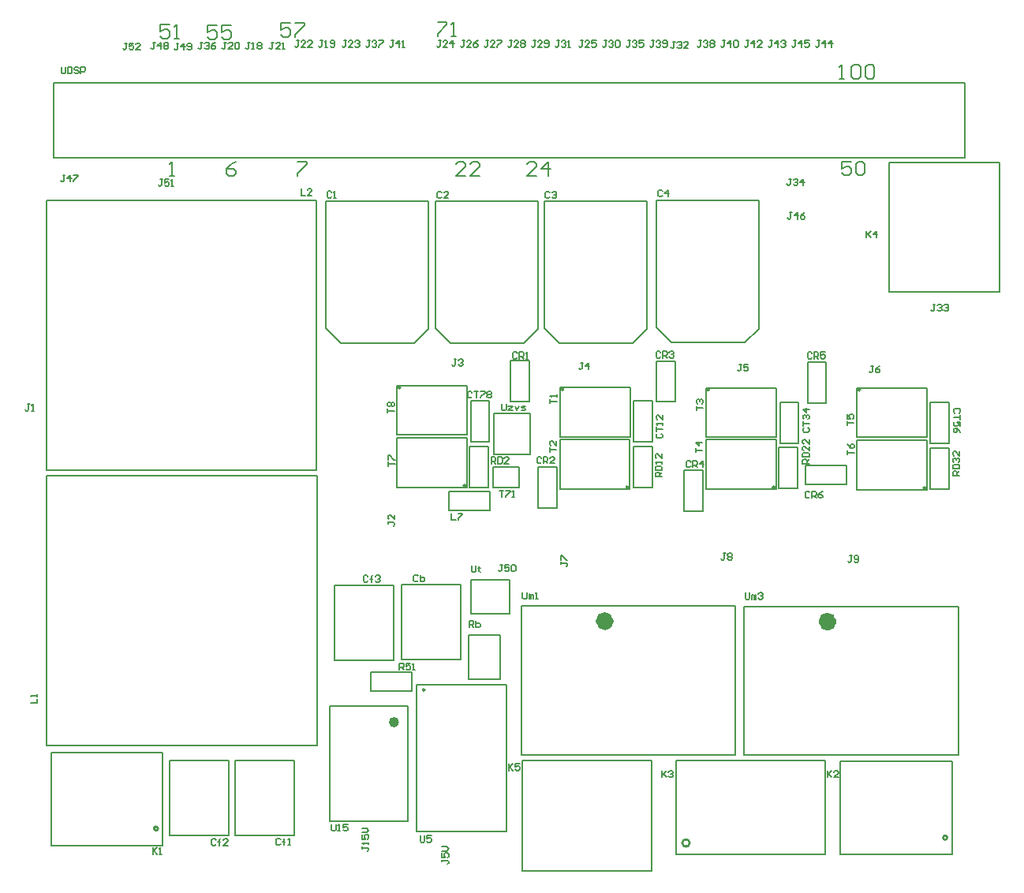
<source format=gto>
G04 Layer_Color=65535*
%FSLAX44Y44*%
%MOMM*%
G71*
G01*
G75*
%ADD28C,0.5000*%
%ADD68C,0.9000*%
%ADD69C,0.2540*%
%ADD70C,0.2000*%
%ADD71C,0.1270*%
%ADD72C,0.1500*%
D28*
X439990Y183938D02*
G03*
X439990Y183938I-3000J0D01*
G01*
D68*
X668194Y292382D02*
G03*
X668194Y292382I-5000J0D01*
G01*
X907208Y291874D02*
G03*
X907208Y291874I-5000J0D01*
G01*
D69*
X470069Y218816D02*
G03*
X470069Y218816I-1061J0D01*
G01*
X443842Y543130D02*
G03*
X443842Y543130I-1000J0D01*
G01*
X513960Y437874D02*
G03*
X513960Y437874I-1000J0D01*
G01*
X1007482Y435334D02*
G03*
X1007482Y435334I-1000J0D01*
G01*
X937296Y540648D02*
G03*
X937296Y540648I-1000J0D01*
G01*
X845430Y436234D02*
G03*
X845430Y436234I-1000J0D01*
G01*
X775566Y540798D02*
G03*
X775566Y540798I-1000J0D01*
G01*
X688458Y436488D02*
G03*
X688458Y436488I-1000J0D01*
G01*
X618786Y541128D02*
G03*
X618786Y541128I-1000J0D01*
G01*
X754301Y54234D02*
G03*
X754301Y54234I-3889J0D01*
G01*
X1030773Y59972D02*
G03*
X1030773Y59972I-2151J0D01*
G01*
X183683Y69878D02*
G03*
X183683Y69878I-2151J0D01*
G01*
D70*
X445012Y331358D02*
X472512D01*
X445012Y250858D02*
Y331358D01*
Y250858D02*
X508512D01*
Y331358D01*
X472512D02*
X508512D01*
X373122Y250358D02*
X409122D01*
X373122D02*
Y330858D01*
X436622D01*
Y250358D02*
Y330858D01*
X409122Y250358D02*
X436622D01*
X232592Y62398D02*
X260092D01*
Y142898D01*
X196592D02*
X260092D01*
X196592Y62398D02*
Y142898D01*
Y62398D02*
X232592D01*
X266442D02*
X302442D01*
X266442D02*
Y142898D01*
X329942D01*
Y62398D02*
Y142898D01*
X302442Y62398D02*
X329942D01*
X461008Y67066D02*
X557758D01*
X461008D02*
Y223816D01*
X557758D01*
Y67066D02*
Y223816D01*
X544044Y515472D02*
X583044D01*
X544044Y471472D02*
Y515472D01*
Y471472D02*
X583044D01*
Y515472D01*
X519304Y300444D02*
Y336944D01*
X561304D01*
Y300444D02*
Y336944D01*
X519304Y300444D02*
X561304D01*
X440342Y545130D02*
X515342D01*
Y492130D02*
Y545130D01*
X440342Y492130D02*
X515342D01*
X440342D02*
Y545130D01*
X515460Y435874D02*
Y488874D01*
X440460D02*
X515460D01*
X440460Y435874D02*
Y488874D01*
Y435874D02*
X515460D01*
X933982Y433334D02*
X1008982D01*
X933982D02*
Y486334D01*
X1008982D01*
Y433334D02*
Y486334D01*
X933796Y489648D02*
Y542648D01*
Y489648D02*
X1008796D01*
Y542648D01*
X933796D02*
X1008796D01*
X771930Y434234D02*
X846930D01*
X771930D02*
Y487234D01*
X846930D01*
Y434234D02*
Y487234D01*
X772066Y489798D02*
Y542798D01*
Y489798D02*
X847066D01*
Y542798D01*
X772066D02*
X847066D01*
X614958Y434488D02*
X689958D01*
X614958D02*
Y487488D01*
X689958D01*
Y434488D02*
Y487488D01*
X615286Y490128D02*
Y543128D01*
Y490128D02*
X690286D01*
Y543128D01*
X615286D02*
X690286D01*
X571518Y436172D02*
Y457922D01*
X543018Y436172D02*
X571518D01*
X543018D02*
Y457922D01*
X571518D01*
X734684Y591344D02*
X813684D01*
X718684Y607344D02*
X734684Y591344D01*
X718684Y607344D02*
Y743844D01*
X813684Y591344D02*
X828684Y606344D01*
Y743844D01*
X773684D02*
X828684D01*
X718684D02*
X773684D01*
X598542Y743548D02*
X653542D01*
X708542D01*
Y606048D02*
Y743548D01*
X693542Y591048D02*
X708542Y606048D01*
X598542Y607048D02*
Y743548D01*
Y607048D02*
X614542Y591048D01*
X693542D01*
X497702D02*
X576702D01*
X481702Y607048D02*
X497702Y591048D01*
X481702Y607048D02*
Y743548D01*
X576702Y591048D02*
X591702Y606048D01*
Y743548D01*
X536702D02*
X591702D01*
X481702D02*
X536702D01*
X363592D02*
X418592D01*
X473592D01*
Y606048D02*
Y743548D01*
X458592Y591048D02*
X473592Y606048D01*
X363592Y607048D02*
Y743548D01*
Y607048D02*
X379592Y591048D01*
X458592D01*
X516908Y229774D02*
X525408D01*
X516908D02*
Y277774D01*
X550908D01*
Y229774D02*
Y277774D01*
X525408Y229774D02*
X550908D01*
X64042Y454248D02*
X354042D01*
Y743998D01*
X64042D02*
X354042D01*
X64042Y454248D02*
Y743998D01*
X64512Y158558D02*
X354262D01*
X64512D02*
Y448558D01*
X354262D01*
Y158558D02*
Y448558D01*
X1032350Y434438D02*
Y478438D01*
X1012350D02*
X1032350D01*
X1012350Y434438D02*
Y478438D01*
Y434438D02*
X1032350D01*
X870298Y434782D02*
Y478782D01*
X850298D02*
X870298D01*
X850298Y434782D02*
Y478782D01*
Y434782D02*
X870298D01*
X714088Y435482D02*
Y479482D01*
X694088D02*
X714088D01*
X694088Y435482D02*
Y479482D01*
Y435482D02*
X714088D01*
X538320Y435990D02*
Y479990D01*
X518320D02*
X538320D01*
X518320Y435990D02*
Y479990D01*
Y435990D02*
X538320D01*
X519336Y485266D02*
X539336D01*
X519336D02*
Y529266D01*
X539336D01*
Y485266D02*
Y529266D01*
X1032604Y483234D02*
Y527234D01*
X1012604D02*
X1032604D01*
X1012604Y483234D02*
Y527234D01*
Y483234D02*
X1032604D01*
X851314Y483550D02*
X871314D01*
X851314D02*
Y527550D01*
X871314D01*
Y483550D02*
Y527550D01*
X714088Y484758D02*
Y528758D01*
X694088D02*
X714088D01*
X694088Y484758D02*
Y528758D01*
Y484758D02*
X714088D01*
X878492Y459100D02*
X922492D01*
X878492Y439100D02*
Y459100D01*
Y439100D02*
X922492D01*
Y459100D01*
X881032Y570668D02*
X901032D01*
Y526668D02*
Y570668D01*
X881032Y526668D02*
X901032D01*
X881032D02*
Y570668D01*
X748444Y410082D02*
Y454082D01*
Y410082D02*
X768444D01*
Y454082D01*
X748444D02*
X768444D01*
X718726Y571684D02*
X738726D01*
Y527684D02*
Y571684D01*
X718726Y527684D02*
X738726D01*
X718726D02*
Y571684D01*
X591980Y413610D02*
Y457610D01*
Y413610D02*
X611980D01*
Y457610D01*
X591980D02*
X611980D01*
X562262Y572000D02*
X582262D01*
Y528000D02*
Y572000D01*
X562262Y528000D02*
X582262D01*
X562262D02*
Y572000D01*
X412340Y217358D02*
X456340D01*
Y237358D01*
X412340D02*
X456340D01*
X412340Y217358D02*
Y237358D01*
X495652Y411414D02*
X539652D01*
Y431414D01*
X495652D02*
X539652D01*
X495652Y411414D02*
Y431414D01*
X739912Y142484D02*
X899912D01*
Y42484D02*
Y142484D01*
X739912Y42484D02*
X899912D01*
X739912D02*
Y142484D01*
X916122Y41722D02*
X1036122D01*
Y141722D01*
X916122D02*
X1036122D01*
X916122Y41722D02*
Y141722D01*
X69032Y51628D02*
Y151628D01*
X189032D01*
Y51628D02*
Y151628D01*
X69032Y51628D02*
X189032D01*
X71832Y789998D02*
X1049832D01*
Y869998D01*
X71832D02*
X1049832D01*
X71832Y789998D02*
Y869998D01*
X369990Y74336D02*
Y68504D01*
X371156Y67338D01*
X373489D01*
X374655Y68504D01*
Y74336D01*
X376988Y67338D02*
X379320D01*
X378154D01*
Y74336D01*
X376988Y73169D01*
X387484Y74336D02*
X382819D01*
Y70837D01*
X385152Y72003D01*
X386318D01*
X387484Y70837D01*
Y68504D01*
X386318Y67338D01*
X383985D01*
X382819Y68504D01*
X411319Y915584D02*
X408987D01*
X410153D01*
Y909752D01*
X408987Y908586D01*
X407820D01*
X406654Y909752D01*
X413652Y914417D02*
X414818Y915584D01*
X417151D01*
X418317Y914417D01*
Y913251D01*
X417151Y912085D01*
X415984D01*
X417151D01*
X418317Y910919D01*
Y909752D01*
X417151Y908586D01*
X414818D01*
X413652Y909752D01*
X420649Y915584D02*
X425315D01*
Y914417D01*
X420649Y909752D01*
Y908586D01*
X944250Y710998D02*
Y704000D01*
Y706333D01*
X948915Y710998D01*
X945416Y707499D01*
X948915Y704000D01*
X954747D02*
Y710998D01*
X951248Y707499D01*
X955913D01*
X150583Y912876D02*
X148251D01*
X149417D01*
Y907044D01*
X148251Y905878D01*
X147084D01*
X145918Y907044D01*
X157581Y912876D02*
X152916D01*
Y909377D01*
X155248Y910543D01*
X156415D01*
X157581Y909377D01*
Y907044D01*
X156415Y905878D01*
X154082D01*
X152916Y907044D01*
X164579Y905878D02*
X159914D01*
X164579Y910543D01*
Y911710D01*
X163412Y912876D01*
X161080D01*
X159914Y911710D01*
X188665Y766498D02*
X186333D01*
X187499D01*
Y760666D01*
X186333Y759500D01*
X185166D01*
X184000Y760666D01*
X195663Y766498D02*
X190998D01*
Y762999D01*
X193330Y764165D01*
X194497D01*
X195663Y762999D01*
Y760666D01*
X194497Y759500D01*
X192164D01*
X190998Y760666D01*
X197995Y759500D02*
X200328D01*
X199162D01*
Y766498D01*
X197995Y765331D01*
X520192Y351958D02*
Y346126D01*
X521358Y344960D01*
X523691D01*
X524857Y346126D01*
Y351958D01*
X528356Y350791D02*
Y349625D01*
X527190D01*
X529522D01*
X528356D01*
Y346126D01*
X529522Y344960D01*
X814070Y323002D02*
Y317170D01*
X815236Y316004D01*
X817569D01*
X818735Y317170D01*
Y323002D01*
X821068Y316004D02*
Y320669D01*
X822234D01*
X823400Y319503D01*
Y316004D01*
Y319503D01*
X824567Y320669D01*
X825733Y319503D01*
Y316004D01*
X828065Y321835D02*
X829232Y323002D01*
X831564D01*
X832731Y321835D01*
Y320669D01*
X831564Y319503D01*
X830398D01*
X831564D01*
X832731Y318337D01*
Y317170D01*
X831564Y316004D01*
X829232D01*
X828065Y317170D01*
X575056Y323510D02*
Y317678D01*
X576222Y316512D01*
X578555D01*
X579721Y317678D01*
Y323510D01*
X582054Y316512D02*
Y321177D01*
X583220D01*
X584386Y320011D01*
Y316512D01*
Y320011D01*
X585553Y321177D01*
X586719Y320011D01*
Y316512D01*
X589052D02*
X591384D01*
X590218D01*
Y323510D01*
X589052Y322343D01*
X864165Y730998D02*
X861833D01*
X862999D01*
Y725166D01*
X861833Y724000D01*
X860666D01*
X859500Y725166D01*
X869997Y724000D02*
Y730998D01*
X866498Y727499D01*
X871163D01*
X878161Y730998D02*
X875828Y729831D01*
X873495Y727499D01*
Y725166D01*
X874662Y724000D01*
X876994D01*
X878161Y725166D01*
Y726333D01*
X876994Y727499D01*
X873495D01*
X868519Y915584D02*
X866187D01*
X867353D01*
Y909752D01*
X866187Y908586D01*
X865020D01*
X863854Y909752D01*
X874351Y908586D02*
Y915584D01*
X870852Y912085D01*
X875517D01*
X882515Y915584D02*
X877850D01*
Y912085D01*
X880182Y913251D01*
X881348D01*
X882515Y912085D01*
Y909752D01*
X881348Y908586D01*
X879016D01*
X877850Y909752D01*
X893919Y915584D02*
X891587D01*
X892753D01*
Y909752D01*
X891587Y908586D01*
X890420D01*
X889254Y909752D01*
X899751Y908586D02*
Y915584D01*
X896252Y912085D01*
X900917D01*
X906748Y908586D02*
Y915584D01*
X903250Y912085D01*
X907915D01*
X843119Y915584D02*
X840787D01*
X841953D01*
Y909752D01*
X840787Y908586D01*
X839620D01*
X838454Y909752D01*
X848951Y908586D02*
Y915584D01*
X845452Y912085D01*
X850117D01*
X852449Y914417D02*
X853616Y915584D01*
X855948D01*
X857115Y914417D01*
Y913251D01*
X855948Y912085D01*
X854782D01*
X855948D01*
X857115Y910919D01*
Y909752D01*
X855948Y908586D01*
X853616D01*
X852449Y909752D01*
X817719Y915584D02*
X815387D01*
X816553D01*
Y909752D01*
X815387Y908586D01*
X814220D01*
X813054Y909752D01*
X823551Y908586D02*
Y915584D01*
X820052Y912085D01*
X824717D01*
X831715Y908586D02*
X827049D01*
X831715Y913251D01*
Y914417D01*
X830548Y915584D01*
X828216D01*
X827049Y914417D01*
X436719Y915584D02*
X434387D01*
X435553D01*
Y909752D01*
X434387Y908586D01*
X433220D01*
X432054Y909752D01*
X442551Y908586D02*
Y915584D01*
X439052Y912085D01*
X443717D01*
X446049Y908586D02*
X448382D01*
X447216D01*
Y915584D01*
X446049Y914417D01*
X792319Y915584D02*
X789987D01*
X791153D01*
Y909752D01*
X789987Y908586D01*
X788820D01*
X787654Y909752D01*
X798151Y908586D02*
Y915584D01*
X794652Y912085D01*
X799317D01*
X801649Y914417D02*
X802816Y915584D01*
X805148D01*
X806315Y914417D01*
Y909752D01*
X805148Y908586D01*
X802816D01*
X801649Y909752D01*
Y914417D01*
X716119Y915584D02*
X713787D01*
X714953D01*
Y909752D01*
X713787Y908586D01*
X712620D01*
X711454Y909752D01*
X718452Y914417D02*
X719618Y915584D01*
X721951D01*
X723117Y914417D01*
Y913251D01*
X721951Y912085D01*
X720784D01*
X721951D01*
X723117Y910919D01*
Y909752D01*
X721951Y908586D01*
X719618D01*
X718452Y909752D01*
X725450D02*
X726616Y908586D01*
X728948D01*
X730115Y909752D01*
Y914417D01*
X728948Y915584D01*
X726616D01*
X725450Y914417D01*
Y913251D01*
X726616Y912085D01*
X730115D01*
X766919Y915584D02*
X764587D01*
X765753D01*
Y909752D01*
X764587Y908586D01*
X763420D01*
X762254Y909752D01*
X769252Y914417D02*
X770418Y915584D01*
X772751D01*
X773917Y914417D01*
Y913251D01*
X772751Y912085D01*
X771584D01*
X772751D01*
X773917Y910919D01*
Y909752D01*
X772751Y908586D01*
X770418D01*
X769252Y909752D01*
X776249Y914417D02*
X777416Y915584D01*
X779748D01*
X780915Y914417D01*
Y913251D01*
X779748Y912085D01*
X780915Y910919D01*
Y909752D01*
X779748Y908586D01*
X777416D01*
X776249Y909752D01*
Y910919D01*
X777416Y912085D01*
X776249Y913251D01*
Y914417D01*
X777416Y912085D02*
X779748D01*
X231515Y913496D02*
X229183D01*
X230349D01*
Y907664D01*
X229183Y906498D01*
X228016D01*
X226850Y907664D01*
X233848Y912329D02*
X235014Y913496D01*
X237347D01*
X238513Y912329D01*
Y911163D01*
X237347Y909997D01*
X236180D01*
X237347D01*
X238513Y908830D01*
Y907664D01*
X237347Y906498D01*
X235014D01*
X233848Y907664D01*
X245511Y913496D02*
X243178Y912329D01*
X240846Y909997D01*
Y907664D01*
X242012Y906498D01*
X244344D01*
X245511Y907664D01*
Y908830D01*
X244344Y909997D01*
X240846D01*
X552704Y525694D02*
Y519862D01*
X553870Y518696D01*
X556203D01*
X557369Y519862D01*
Y525694D01*
X559702Y523361D02*
X564367D01*
X559702Y518696D01*
X564367D01*
X566699Y523361D02*
X569032Y518696D01*
X571365Y523361D01*
X573697Y518696D02*
X577196D01*
X578362Y519862D01*
X577196Y521029D01*
X574864D01*
X573697Y522195D01*
X574864Y523361D01*
X578362D01*
X550000Y432748D02*
X554665D01*
X552333D01*
Y425750D01*
X556998Y432748D02*
X561663D01*
Y431581D01*
X556998Y426916D01*
Y425750D01*
X563996D02*
X566328D01*
X565162D01*
Y432748D01*
X563996Y431581D01*
X498750Y408248D02*
Y401250D01*
X503415D01*
X505748Y408248D02*
X510413D01*
Y407081D01*
X505748Y402416D01*
Y401250D01*
X690719Y915584D02*
X688387D01*
X689553D01*
Y909752D01*
X688387Y908586D01*
X687220D01*
X686054Y909752D01*
X693052Y914417D02*
X694218Y915584D01*
X696551D01*
X697717Y914417D01*
Y913251D01*
X696551Y912085D01*
X695384D01*
X696551D01*
X697717Y910919D01*
Y909752D01*
X696551Y908586D01*
X694218D01*
X693052Y909752D01*
X704715Y915584D02*
X700050D01*
Y912085D01*
X702382Y913251D01*
X703548D01*
X704715Y912085D01*
Y909752D01*
X703548Y908586D01*
X701216D01*
X700050Y909752D01*
X443000Y240250D02*
Y247248D01*
X446499D01*
X447665Y246081D01*
Y243749D01*
X446499Y242583D01*
X443000D01*
X445333D02*
X447665Y240250D01*
X454663Y247248D02*
X449998D01*
Y243749D01*
X452330Y244915D01*
X453497D01*
X454663Y243749D01*
Y241416D01*
X453497Y240250D01*
X451164D01*
X449998Y241416D01*
X456996Y240250D02*
X459328D01*
X458162D01*
Y247248D01*
X456996Y246081D01*
X80000Y886998D02*
Y881166D01*
X81166Y880000D01*
X83499D01*
X84665Y881166D01*
Y886998D01*
X86998D02*
Y880000D01*
X90497D01*
X91663Y881166D01*
Y885832D01*
X90497Y886998D01*
X86998D01*
X98661Y885832D02*
X97494Y886998D01*
X95162D01*
X93996Y885832D01*
Y884665D01*
X95162Y883499D01*
X97494D01*
X98661Y882333D01*
Y881166D01*
X97494Y880000D01*
X95162D01*
X93996Y881166D01*
X100993Y880000D02*
Y886998D01*
X104492D01*
X105658Y885832D01*
Y883499D01*
X104492Y882333D01*
X100993D01*
X863415Y767248D02*
X861083D01*
X862249D01*
Y761416D01*
X861083Y760250D01*
X859916D01*
X858750Y761416D01*
X865748Y766081D02*
X866914Y767248D01*
X869247D01*
X870413Y766081D01*
Y764915D01*
X869247Y763749D01*
X868080D01*
X869247D01*
X870413Y762583D01*
Y761416D01*
X869247Y760250D01*
X866914D01*
X865748Y761416D01*
X876244Y760250D02*
Y767248D01*
X872746Y763749D01*
X877411D01*
X1017915Y632248D02*
X1015583D01*
X1016749D01*
Y626416D01*
X1015583Y625250D01*
X1014416D01*
X1013250Y626416D01*
X1020248Y631082D02*
X1021414Y632248D01*
X1023747D01*
X1024913Y631082D01*
Y629915D01*
X1023747Y628749D01*
X1022580D01*
X1023747D01*
X1024913Y627583D01*
Y626416D01*
X1023747Y625250D01*
X1021414D01*
X1020248Y626416D01*
X1027245Y631082D02*
X1028412Y632248D01*
X1030744D01*
X1031911Y631082D01*
Y629915D01*
X1030744Y628749D01*
X1029578D01*
X1030744D01*
X1031911Y627583D01*
Y626416D01*
X1030744Y625250D01*
X1028412D01*
X1027245Y626416D01*
X738725Y914314D02*
X736393D01*
X737559D01*
Y908482D01*
X736393Y907316D01*
X735226D01*
X734060Y908482D01*
X741058Y913147D02*
X742224Y914314D01*
X744557D01*
X745723Y913147D01*
Y911981D01*
X744557Y910815D01*
X743390D01*
X744557D01*
X745723Y909649D01*
Y908482D01*
X744557Y907316D01*
X742224D01*
X741058Y908482D01*
X752721Y907316D02*
X748055D01*
X752721Y911981D01*
Y913147D01*
X751554Y914314D01*
X749222D01*
X748055Y913147D01*
X614519Y915584D02*
X612187D01*
X613353D01*
Y909752D01*
X612187Y908586D01*
X611020D01*
X609854Y909752D01*
X616852Y914417D02*
X618018Y915584D01*
X620351D01*
X621517Y914417D01*
Y913251D01*
X620351Y912085D01*
X619184D01*
X620351D01*
X621517Y910919D01*
Y909752D01*
X620351Y908586D01*
X618018D01*
X616852Y909752D01*
X623849Y908586D02*
X626182D01*
X625016D01*
Y915584D01*
X623849Y914417D01*
X665319Y915584D02*
X662987D01*
X664153D01*
Y909752D01*
X662987Y908586D01*
X661820D01*
X660654Y909752D01*
X667652Y914417D02*
X668818Y915584D01*
X671151D01*
X672317Y914417D01*
Y913251D01*
X671151Y912085D01*
X669984D01*
X671151D01*
X672317Y910919D01*
Y909752D01*
X671151Y908586D01*
X668818D01*
X667652Y909752D01*
X674650Y914417D02*
X675816Y915584D01*
X678148D01*
X679315Y914417D01*
Y909752D01*
X678148Y908586D01*
X675816D01*
X674650Y909752D01*
Y914417D01*
X589119Y915584D02*
X586787D01*
X587953D01*
Y909752D01*
X586787Y908586D01*
X585620D01*
X584454Y909752D01*
X596117Y908586D02*
X591452D01*
X596117Y913251D01*
Y914417D01*
X594951Y915584D01*
X592618D01*
X591452Y914417D01*
X598450Y909752D02*
X599616Y908586D01*
X601948D01*
X603115Y909752D01*
Y914417D01*
X601948Y915584D01*
X599616D01*
X598450Y914417D01*
Y913251D01*
X599616Y912085D01*
X603115D01*
X563719Y915584D02*
X561387D01*
X562553D01*
Y909752D01*
X561387Y908586D01*
X560220D01*
X559054Y909752D01*
X570717Y908586D02*
X566052D01*
X570717Y913251D01*
Y914417D01*
X569551Y915584D01*
X567218D01*
X566052Y914417D01*
X573050D02*
X574216Y915584D01*
X576548D01*
X577715Y914417D01*
Y913251D01*
X576548Y912085D01*
X577715Y910919D01*
Y909752D01*
X576548Y908586D01*
X574216D01*
X573050Y909752D01*
Y910919D01*
X574216Y912085D01*
X573050Y913251D01*
Y914417D01*
X574216Y912085D02*
X576548D01*
X538319Y915584D02*
X535987D01*
X537153D01*
Y909752D01*
X535987Y908586D01*
X534820D01*
X533654Y909752D01*
X545317Y908586D02*
X540652D01*
X545317Y913251D01*
Y914417D01*
X544151Y915584D01*
X541818D01*
X540652Y914417D01*
X547649Y915584D02*
X552315D01*
Y914417D01*
X547649Y909752D01*
Y908586D01*
X512919Y915584D02*
X510587D01*
X511753D01*
Y909752D01*
X510587Y908586D01*
X509420D01*
X508254Y909752D01*
X519917Y908586D02*
X515252D01*
X519917Y913251D01*
Y914417D01*
X518751Y915584D01*
X516418D01*
X515252Y914417D01*
X526915Y915584D02*
X524582Y914417D01*
X522249Y912085D01*
Y909752D01*
X523416Y908586D01*
X525748D01*
X526915Y909752D01*
Y910919D01*
X525748Y912085D01*
X522249D01*
X639919Y915584D02*
X637587D01*
X638753D01*
Y909752D01*
X637587Y908586D01*
X636420D01*
X635254Y909752D01*
X646917Y908586D02*
X642252D01*
X646917Y913251D01*
Y914417D01*
X645751Y915584D01*
X643418D01*
X642252Y914417D01*
X653915Y915584D02*
X649249D01*
Y912085D01*
X651582Y913251D01*
X652748D01*
X653915Y912085D01*
Y909752D01*
X652748Y908586D01*
X650416D01*
X649249Y909752D01*
X487519Y915584D02*
X485187D01*
X486353D01*
Y909752D01*
X485187Y908586D01*
X484020D01*
X482854Y909752D01*
X494517Y908586D02*
X489852D01*
X494517Y913251D01*
Y914417D01*
X493351Y915584D01*
X491018D01*
X489852Y914417D01*
X500348Y908586D02*
Y915584D01*
X496850Y912085D01*
X501515D01*
X385919Y915584D02*
X383587D01*
X384753D01*
Y909752D01*
X383587Y908586D01*
X382420D01*
X381254Y909752D01*
X392917Y908586D02*
X388252D01*
X392917Y913251D01*
Y914417D01*
X391751Y915584D01*
X389418D01*
X388252Y914417D01*
X395249D02*
X396416Y915584D01*
X398748D01*
X399915Y914417D01*
Y913251D01*
X398748Y912085D01*
X397582D01*
X398748D01*
X399915Y910919D01*
Y909752D01*
X398748Y908586D01*
X396416D01*
X395249Y909752D01*
X335119Y915584D02*
X332787D01*
X333953D01*
Y909752D01*
X332787Y908586D01*
X331620D01*
X330454Y909752D01*
X342117Y908586D02*
X337452D01*
X342117Y913251D01*
Y914417D01*
X340951Y915584D01*
X338618D01*
X337452Y914417D01*
X349115Y908586D02*
X344450D01*
X349115Y913251D01*
Y914417D01*
X347948Y915584D01*
X345616D01*
X344450Y914417D01*
X307817Y913494D02*
X305485D01*
X306651D01*
Y907662D01*
X305485Y906496D01*
X304318D01*
X303152Y907662D01*
X314815Y906496D02*
X310150D01*
X314815Y911161D01*
Y912327D01*
X313649Y913494D01*
X311316D01*
X310150Y912327D01*
X317148Y906496D02*
X319480D01*
X318314D01*
Y913494D01*
X317148Y912327D01*
X256915Y913496D02*
X254583D01*
X255749D01*
Y907664D01*
X254583Y906498D01*
X253416D01*
X252250Y907664D01*
X263913Y906498D02*
X259248D01*
X263913Y911163D01*
Y912329D01*
X262747Y913496D01*
X260414D01*
X259248Y912329D01*
X266245D02*
X267412Y913496D01*
X269744D01*
X270911Y912329D01*
Y907664D01*
X269744Y906498D01*
X267412D01*
X266245Y907664D01*
Y912329D01*
X360519Y915584D02*
X358187D01*
X359353D01*
Y909752D01*
X358187Y908586D01*
X357020D01*
X355854Y909752D01*
X362852Y908586D02*
X365184D01*
X364018D01*
Y915584D01*
X362852Y914417D01*
X368683Y909752D02*
X369850Y908586D01*
X372182D01*
X373348Y909752D01*
Y914417D01*
X372182Y915584D01*
X369850D01*
X368683Y914417D01*
Y913251D01*
X369850Y912085D01*
X373348D01*
X282315Y913496D02*
X279983D01*
X281149D01*
Y907664D01*
X279983Y906498D01*
X278816D01*
X277650Y907664D01*
X284648Y906498D02*
X286980D01*
X285814D01*
Y913496D01*
X284648Y912329D01*
X290479D02*
X291646Y913496D01*
X293978D01*
X295144Y912329D01*
Y911163D01*
X293978Y909997D01*
X295144Y908830D01*
Y907664D01*
X293978Y906498D01*
X291646D01*
X290479Y907664D01*
Y908830D01*
X291646Y909997D01*
X290479Y911163D01*
Y912329D01*
X291646Y909997D02*
X293978D01*
X369915Y752581D02*
X368749Y753748D01*
X366416D01*
X365250Y752581D01*
Y747916D01*
X366416Y746750D01*
X368749D01*
X369915Y747916D01*
X372248Y746750D02*
X374580D01*
X373414D01*
Y753748D01*
X372248Y752581D01*
X488165Y752331D02*
X486999Y753498D01*
X484666D01*
X483500Y752331D01*
Y747666D01*
X484666Y746500D01*
X486999D01*
X488165Y747666D01*
X495163Y746500D02*
X490498D01*
X495163Y751165D01*
Y752331D01*
X493997Y753498D01*
X491664D01*
X490498Y752331D01*
X604165D02*
X602999Y753498D01*
X600666D01*
X599500Y752331D01*
Y747666D01*
X600666Y746500D01*
X602999D01*
X604165Y747666D01*
X606498Y752331D02*
X607664Y753498D01*
X609997D01*
X611163Y752331D01*
Y751165D01*
X609997Y749999D01*
X608830D01*
X609997D01*
X611163Y748833D01*
Y747666D01*
X609997Y746500D01*
X607664D01*
X606498Y747666D01*
X725165Y754081D02*
X723999Y755248D01*
X721666D01*
X720500Y754081D01*
Y749416D01*
X721666Y748250D01*
X723999D01*
X725165Y749416D01*
X730997Y748250D02*
Y755248D01*
X727498Y751749D01*
X732163D01*
X315307Y58183D02*
X314141Y59350D01*
X311808D01*
X310642Y58183D01*
Y53518D01*
X311808Y52352D01*
X314141D01*
X315307Y53518D01*
X318806Y52352D02*
Y58183D01*
Y55851D01*
X317640D01*
X319972D01*
X318806D01*
Y58183D01*
X319972Y59350D01*
X323471Y52352D02*
X325804D01*
X324637D01*
Y59350D01*
X323471Y58183D01*
X245965Y57675D02*
X244799Y58842D01*
X242466D01*
X241300Y57675D01*
Y53010D01*
X242466Y51844D01*
X244799D01*
X245965Y53010D01*
X249464Y51844D02*
Y57675D01*
Y55343D01*
X248298D01*
X250630D01*
X249464D01*
Y57675D01*
X250630Y58842D01*
X258794Y51844D02*
X254129D01*
X258794Y56509D01*
Y57675D01*
X257628Y58842D01*
X255296D01*
X254129Y57675D01*
X409165Y340331D02*
X407999Y341498D01*
X405666D01*
X404500Y340331D01*
Y335666D01*
X405666Y334500D01*
X407999D01*
X409165Y335666D01*
X412664Y334500D02*
Y340331D01*
Y337999D01*
X411498D01*
X413830D01*
X412664D01*
Y340331D01*
X413830Y341498D01*
X417329Y340331D02*
X418495Y341498D01*
X420828D01*
X421994Y340331D01*
Y339165D01*
X420828Y337999D01*
X419662D01*
X420828D01*
X421994Y336833D01*
Y335666D01*
X420828Y334500D01*
X418495D01*
X417329Y335666D01*
X569307Y579961D02*
X568141Y581128D01*
X565808D01*
X564642Y579961D01*
Y575296D01*
X565808Y574130D01*
X568141D01*
X569307Y575296D01*
X571640Y574130D02*
Y581128D01*
X575139D01*
X576305Y579961D01*
Y577629D01*
X575139Y576463D01*
X571640D01*
X573972D02*
X576305Y574130D01*
X578638D02*
X580970D01*
X579804D01*
Y581128D01*
X578638Y579961D01*
X595215Y467542D02*
X594049Y468708D01*
X591716D01*
X590550Y467542D01*
Y462876D01*
X591716Y461710D01*
X594049D01*
X595215Y462876D01*
X597548Y461710D02*
Y468708D01*
X601047D01*
X602213Y467542D01*
Y465209D01*
X601047Y464043D01*
X597548D01*
X599880D02*
X602213Y461710D01*
X609211D02*
X604546D01*
X609211Y466375D01*
Y467542D01*
X608044Y468708D01*
X605712D01*
X604546Y467542D01*
X723231Y580915D02*
X722065Y582082D01*
X719732D01*
X718566Y580915D01*
Y576250D01*
X719732Y575084D01*
X722065D01*
X723231Y576250D01*
X725564Y575084D02*
Y582082D01*
X729063D01*
X730229Y580915D01*
Y578583D01*
X729063Y577417D01*
X725564D01*
X727896D02*
X730229Y575084D01*
X732561Y580915D02*
X733728Y582082D01*
X736060D01*
X737227Y580915D01*
Y579749D01*
X736060Y578583D01*
X734894D01*
X736060D01*
X737227Y577417D01*
Y576250D01*
X736060Y575084D01*
X733728D01*
X732561Y576250D01*
X755489Y463313D02*
X754323Y464480D01*
X751990D01*
X750824Y463313D01*
Y458648D01*
X751990Y457482D01*
X754323D01*
X755489Y458648D01*
X757822Y457482D02*
Y464480D01*
X761321D01*
X762487Y463313D01*
Y460981D01*
X761321Y459815D01*
X757822D01*
X760154D02*
X762487Y457482D01*
X768318D02*
Y464480D01*
X764819Y460981D01*
X769485D01*
X885537Y579899D02*
X884371Y581066D01*
X882038D01*
X880872Y579899D01*
Y575234D01*
X882038Y574068D01*
X884371D01*
X885537Y575234D01*
X887870Y574068D02*
Y581066D01*
X891369D01*
X892535Y579899D01*
Y577567D01*
X891369Y576401D01*
X887870D01*
X890202D02*
X892535Y574068D01*
X899533Y581066D02*
X894867D01*
Y577567D01*
X897200Y578733D01*
X898366D01*
X899533Y577567D01*
Y575234D01*
X898366Y574068D01*
X896034D01*
X894867Y575234D01*
X883165Y430331D02*
X881999Y431498D01*
X879666D01*
X878500Y430331D01*
Y425666D01*
X879666Y424500D01*
X881999D01*
X883165Y425666D01*
X885498Y424500D02*
Y431498D01*
X888997D01*
X890163Y430331D01*
Y427999D01*
X888997Y426833D01*
X885498D01*
X887830D02*
X890163Y424500D01*
X897161Y431498D02*
X894828Y430331D01*
X892495Y427999D01*
Y425666D01*
X893662Y424500D01*
X895994D01*
X897161Y425666D01*
Y426833D01*
X895994Y427999D01*
X892495D01*
X719419Y493665D02*
X718252Y492499D01*
Y490166D01*
X719419Y489000D01*
X724084D01*
X725250Y490166D01*
Y492499D01*
X724084Y493665D01*
X718252Y495998D02*
Y500663D01*
Y498330D01*
X725250D01*
Y502995D02*
Y505328D01*
Y504162D01*
X718252D01*
X719419Y502995D01*
X725250Y513492D02*
Y508827D01*
X720585Y513492D01*
X719419D01*
X718252Y512326D01*
Y509993D01*
X719419Y508827D01*
X876918Y499915D02*
X875752Y498749D01*
Y496416D01*
X876918Y495250D01*
X881584D01*
X882750Y496416D01*
Y498749D01*
X881584Y499915D01*
X875752Y502248D02*
Y506913D01*
Y504580D01*
X882750D01*
X876918Y509245D02*
X875752Y510412D01*
Y512744D01*
X876918Y513911D01*
X878085D01*
X879251Y512744D01*
Y511578D01*
Y512744D01*
X880417Y513911D01*
X881584D01*
X882750Y512744D01*
Y510412D01*
X881584Y509245D01*
X882750Y519742D02*
X875752D01*
X879251Y516243D01*
Y520908D01*
X1043676Y515809D02*
X1044842Y516975D01*
Y519308D01*
X1043676Y520474D01*
X1039010D01*
X1037844Y519308D01*
Y516975D01*
X1039010Y515809D01*
X1044842Y513476D02*
Y508811D01*
Y511144D01*
X1037844D01*
X1044842Y501813D02*
Y506479D01*
X1041343D01*
X1042509Y504146D01*
Y502980D01*
X1041343Y501813D01*
X1039010D01*
X1037844Y502980D01*
Y505312D01*
X1039010Y506479D01*
X1044842Y494816D02*
X1043676Y497148D01*
X1041343Y499481D01*
X1039010D01*
X1037844Y498314D01*
Y495982D01*
X1039010Y494816D01*
X1040177D01*
X1041343Y495982D01*
Y499481D01*
X520665Y537831D02*
X519499Y538998D01*
X517166D01*
X516000Y537831D01*
Y533166D01*
X517166Y532000D01*
X519499D01*
X520665Y533166D01*
X522998Y538998D02*
X527663D01*
X525330D01*
Y532000D01*
X529995Y538998D02*
X534661D01*
Y537831D01*
X529995Y533166D01*
Y532000D01*
X536993Y537831D02*
X538160Y538998D01*
X540492D01*
X541658Y537831D01*
Y536665D01*
X540492Y535499D01*
X541658Y534333D01*
Y533166D01*
X540492Y532000D01*
X538160D01*
X536993Y533166D01*
Y534333D01*
X538160Y535499D01*
X536993Y536665D01*
Y537831D01*
X538160Y535499D02*
X540492D01*
X46067Y525186D02*
X43735D01*
X44901D01*
Y519354D01*
X43735Y518188D01*
X42568D01*
X41402Y519354D01*
X48400Y518188D02*
X50732D01*
X49566D01*
Y525186D01*
X48400Y524019D01*
X430644Y399381D02*
Y397049D01*
Y398215D01*
X436476D01*
X437642Y397049D01*
Y395882D01*
X436476Y394716D01*
X437642Y406379D02*
Y401714D01*
X432977Y406379D01*
X431810D01*
X430644Y405213D01*
Y402880D01*
X431810Y401714D01*
X503915Y573498D02*
X501583D01*
X502749D01*
Y567666D01*
X501583Y566500D01*
X500416D01*
X499250Y567666D01*
X506248Y572332D02*
X507414Y573498D01*
X509747D01*
X510913Y572332D01*
Y571165D01*
X509747Y569999D01*
X508580D01*
X509747D01*
X510913Y568833D01*
Y567666D01*
X509747Y566500D01*
X507414D01*
X506248Y567666D01*
X639915Y569498D02*
X637583D01*
X638749D01*
Y563666D01*
X637583Y562500D01*
X636416D01*
X635250Y563666D01*
X645747Y562500D02*
Y569498D01*
X642248Y565999D01*
X646913D01*
X810165Y567748D02*
X807833D01*
X808999D01*
Y561916D01*
X807833Y560750D01*
X806666D01*
X805500Y561916D01*
X817163Y567748D02*
X812498D01*
Y564249D01*
X814830Y565415D01*
X815997D01*
X817163Y564249D01*
Y561916D01*
X815997Y560750D01*
X813664D01*
X812498Y561916D01*
X488556Y36443D02*
Y34111D01*
Y35277D01*
X494388D01*
X495554Y34111D01*
Y32944D01*
X494388Y31778D01*
X488556Y43441D02*
Y38776D01*
X492055D01*
X490889Y41108D01*
Y42275D01*
X492055Y43441D01*
X494388D01*
X495554Y42275D01*
Y39942D01*
X494388Y38776D01*
X488556Y45774D02*
X493221D01*
X495554Y48106D01*
X493221Y50439D01*
X488556D01*
X951665Y566498D02*
X949333D01*
X950499D01*
Y560666D01*
X949333Y559500D01*
X948166D01*
X947000Y560666D01*
X958663Y566498D02*
X956330Y565331D01*
X953998Y562999D01*
Y560666D01*
X955164Y559500D01*
X957497D01*
X958663Y560666D01*
Y561833D01*
X957497Y562999D01*
X953998D01*
X616282Y355835D02*
Y353503D01*
Y354669D01*
X622114D01*
X623280Y353503D01*
Y352336D01*
X622114Y351170D01*
X616282Y358168D02*
Y362833D01*
X617449D01*
X622114Y358168D01*
X623280D01*
X792827Y365166D02*
X790495D01*
X791661D01*
Y359334D01*
X790495Y358168D01*
X789328D01*
X788162Y359334D01*
X795160Y363999D02*
X796326Y365166D01*
X798659D01*
X799825Y363999D01*
Y362833D01*
X798659Y361667D01*
X799825Y360501D01*
Y359334D01*
X798659Y358168D01*
X796326D01*
X795160Y359334D01*
Y360501D01*
X796326Y361667D01*
X795160Y362833D01*
Y363999D01*
X796326Y361667D02*
X798659D01*
X928717Y362626D02*
X926385D01*
X927551D01*
Y356794D01*
X926385Y355628D01*
X925218D01*
X924052Y356794D01*
X931050D02*
X932216Y355628D01*
X934549D01*
X935715Y356794D01*
Y361459D01*
X934549Y362626D01*
X932216D01*
X931050Y361459D01*
Y360293D01*
X932216Y359127D01*
X935715D01*
X402952Y50425D02*
Y48093D01*
Y49259D01*
X408784D01*
X409950Y48093D01*
Y46926D01*
X408784Y45760D01*
X409950Y52758D02*
Y55090D01*
Y53924D01*
X402952D01*
X404118Y52758D01*
X402952Y63254D02*
Y58589D01*
X406451D01*
X405285Y60922D01*
Y62088D01*
X406451Y63254D01*
X408784D01*
X409950Y62088D01*
Y59756D01*
X408784Y58589D01*
X402952Y65587D02*
X407617D01*
X409950Y67920D01*
X407617Y70252D01*
X402952D01*
X178308Y49444D02*
Y42446D01*
Y44779D01*
X182973Y49444D01*
X179474Y45945D01*
X182973Y42446D01*
X185306D02*
X187638D01*
X186472D01*
Y49444D01*
X185306Y48277D01*
X902250Y131748D02*
Y124750D01*
Y127083D01*
X906915Y131748D01*
X903416Y128249D01*
X906915Y124750D01*
X913913D02*
X909248D01*
X913913Y129415D01*
Y130582D01*
X912747Y131748D01*
X910414D01*
X909248Y130582D01*
X724750Y131748D02*
Y124750D01*
Y127083D01*
X729415Y131748D01*
X725916Y128249D01*
X729415Y124750D01*
X731748Y130582D02*
X732914Y131748D01*
X735247D01*
X736413Y130582D01*
Y129415D01*
X735247Y128249D01*
X734080D01*
X735247D01*
X736413Y127083D01*
Y125916D01*
X735247Y124750D01*
X732914D01*
X731748Y125916D01*
X560250Y139248D02*
Y132250D01*
Y134583D01*
X564915Y139248D01*
X561416Y135749D01*
X564915Y132250D01*
X571913Y139248D02*
X567248D01*
Y135749D01*
X569580Y136915D01*
X570747D01*
X571913Y135749D01*
Y133416D01*
X570747Y132250D01*
X568414D01*
X567248Y133416D01*
X47104Y204498D02*
X54102D01*
Y209163D01*
Y211496D02*
Y213828D01*
Y212662D01*
X47104D01*
X48271Y211496D01*
X337312Y756476D02*
Y749478D01*
X341977D01*
X348975D02*
X344310D01*
X348975Y754143D01*
Y755309D01*
X347809Y756476D01*
X345476D01*
X344310Y755309D01*
X541500Y461500D02*
Y468498D01*
X544999D01*
X546165Y467332D01*
Y464999D01*
X544999Y463833D01*
X541500D01*
X543833D02*
X546165Y461500D01*
X548498Y468498D02*
Y461500D01*
X551997D01*
X553163Y462666D01*
Y467332D01*
X551997Y468498D01*
X548498D01*
X560161Y461500D02*
X555495D01*
X560161Y466165D01*
Y467332D01*
X558994Y468498D01*
X556662D01*
X555495Y467332D01*
X724408Y447322D02*
X717410D01*
Y450821D01*
X718577Y451987D01*
X720909D01*
X722075Y450821D01*
Y447322D01*
Y449655D02*
X724408Y451987D01*
X717410Y454320D02*
X724408D01*
Y457819D01*
X723242Y458985D01*
X718577D01*
X717410Y457819D01*
Y454320D01*
X724408Y461317D02*
Y463650D01*
Y462484D01*
X717410D01*
X718577Y461317D01*
X724408Y471814D02*
Y467149D01*
X719743Y471814D01*
X718577D01*
X717410Y470648D01*
Y468315D01*
X718577Y467149D01*
X882500Y461500D02*
X875502D01*
Y464999D01*
X876668Y466165D01*
X879001D01*
X880167Y464999D01*
Y461500D01*
Y463833D02*
X882500Y466165D01*
X875502Y468498D02*
X882500D01*
Y471997D01*
X881334Y473163D01*
X876668D01*
X875502Y471997D01*
Y468498D01*
X882500Y480161D02*
Y475495D01*
X877835Y480161D01*
X876668D01*
X875502Y478994D01*
Y476662D01*
X876668Y475495D01*
X882500Y487158D02*
Y482493D01*
X877835Y487158D01*
X876668D01*
X875502Y485992D01*
Y483660D01*
X876668Y482493D01*
X1043940Y448818D02*
X1036942D01*
Y452317D01*
X1038109Y453483D01*
X1040441D01*
X1041607Y452317D01*
Y448818D01*
Y451151D02*
X1043940Y453483D01*
X1036942Y455816D02*
X1043940D01*
Y459315D01*
X1042774Y460481D01*
X1038109D01*
X1036942Y459315D01*
Y455816D01*
X1038109Y462813D02*
X1036942Y463980D01*
Y466312D01*
X1038109Y467479D01*
X1039275D01*
X1040441Y466312D01*
Y465146D01*
Y466312D01*
X1041607Y467479D01*
X1042774D01*
X1043940Y466312D01*
Y463980D01*
X1042774Y462813D01*
X1043940Y474476D02*
Y469811D01*
X1039275Y474476D01*
X1038109D01*
X1036942Y473310D01*
Y470978D01*
X1038109Y469811D01*
X604752Y526000D02*
Y530665D01*
Y528333D01*
X611750D01*
Y532998D02*
Y535330D01*
Y534164D01*
X604752D01*
X605919Y532998D01*
X604252Y474000D02*
Y478665D01*
Y476333D01*
X611250D01*
Y485663D02*
Y480998D01*
X606585Y485663D01*
X605419D01*
X604252Y484497D01*
Y482164D01*
X605419Y480998D01*
X761752Y518750D02*
Y523415D01*
Y521083D01*
X768750D01*
X762918Y525748D02*
X761752Y526914D01*
Y529247D01*
X762918Y530413D01*
X764085D01*
X765251Y529247D01*
Y528080D01*
Y529247D01*
X766417Y530413D01*
X767584D01*
X768750Y529247D01*
Y526914D01*
X767584Y525748D01*
X761002Y473500D02*
Y478165D01*
Y475833D01*
X768000D01*
Y483997D02*
X761002D01*
X764501Y480498D01*
Y485163D01*
X923252Y502500D02*
Y507165D01*
Y504833D01*
X930250D01*
X923252Y514163D02*
Y509498D01*
X926751D01*
X925585Y511830D01*
Y512997D01*
X926751Y514163D01*
X929084D01*
X930250Y512997D01*
Y510664D01*
X929084Y509498D01*
X923752Y471000D02*
Y475665D01*
Y473333D01*
X930750D01*
X923752Y482663D02*
X924919Y480330D01*
X927251Y477998D01*
X929584D01*
X930750Y479164D01*
Y481497D01*
X929584Y482663D01*
X928417D01*
X927251Y481497D01*
Y477998D01*
X431002Y458750D02*
Y463415D01*
Y461083D01*
X438000D01*
X431002Y465748D02*
Y470413D01*
X432169D01*
X436834Y465748D01*
X438000D01*
X430252Y516000D02*
Y520665D01*
Y518333D01*
X437250D01*
X431418Y522998D02*
X430252Y524164D01*
Y526497D01*
X431418Y527663D01*
X432585D01*
X433751Y526497D01*
X434917Y527663D01*
X436084D01*
X437250Y526497D01*
Y524164D01*
X436084Y522998D01*
X434917D01*
X433751Y524164D01*
X432585Y522998D01*
X431418D01*
X433751Y524164D02*
Y526497D01*
X465328Y62144D02*
Y56312D01*
X466494Y55146D01*
X468827D01*
X469993Y56312D01*
Y62144D01*
X476991D02*
X472326D01*
Y58645D01*
X474658Y59811D01*
X475825D01*
X476991Y58645D01*
Y56312D01*
X475825Y55146D01*
X473492D01*
X472326Y56312D01*
X462915Y340831D02*
X461749Y341998D01*
X459416D01*
X458250Y340831D01*
Y336166D01*
X459416Y335000D01*
X461749D01*
X462915Y336166D01*
X465248Y341998D02*
Y335000D01*
X468747D01*
X469913Y336166D01*
Y337333D01*
Y338499D01*
X468747Y339665D01*
X465248D01*
X517906Y285778D02*
Y292776D01*
X521405D01*
X522571Y291609D01*
Y289277D01*
X521405Y288111D01*
X517906D01*
X520239D02*
X522571Y285778D01*
X524904Y292776D02*
Y285778D01*
X528403D01*
X529569Y286944D01*
Y288111D01*
Y289277D01*
X528403Y290443D01*
X524904D01*
X83915Y770998D02*
X81583D01*
X82749D01*
Y765166D01*
X81583Y764000D01*
X80416D01*
X79250Y765166D01*
X89747Y764000D02*
Y770998D01*
X86248Y767499D01*
X90913D01*
X93245Y770998D02*
X97911D01*
Y769831D01*
X93245Y765166D01*
Y764000D01*
X180715Y913496D02*
X178383D01*
X179549D01*
Y907664D01*
X178383Y906498D01*
X177216D01*
X176050Y907664D01*
X186547Y906498D02*
Y913496D01*
X183048Y909997D01*
X187713D01*
X190046Y912329D02*
X191212Y913496D01*
X193544D01*
X194711Y912329D01*
Y911163D01*
X193544Y909997D01*
X194711Y908830D01*
Y907664D01*
X193544Y906498D01*
X191212D01*
X190046Y907664D01*
Y908830D01*
X191212Y909997D01*
X190046Y911163D01*
Y912329D01*
X191212Y909997D02*
X193544D01*
X205833Y912508D02*
X203501D01*
X204667D01*
Y906676D01*
X203501Y905510D01*
X202334D01*
X201168Y906676D01*
X211665Y905510D02*
Y912508D01*
X208166Y909009D01*
X212831D01*
X215163Y906676D02*
X216330Y905510D01*
X218662D01*
X219829Y906676D01*
Y911341D01*
X218662Y912508D01*
X216330D01*
X215163Y911341D01*
Y910175D01*
X216330Y909009D01*
X219829D01*
X553559Y352720D02*
X551227D01*
X552393D01*
Y346888D01*
X551227Y345722D01*
X550060D01*
X548894Y346888D01*
X560557Y352720D02*
X555892D01*
Y349221D01*
X558224Y350387D01*
X559391D01*
X560557Y349221D01*
Y346888D01*
X559391Y345722D01*
X557058D01*
X555892Y346888D01*
X562890Y351553D02*
X564056Y352720D01*
X566388D01*
X567555Y351553D01*
Y346888D01*
X566388Y345722D01*
X564056D01*
X562890Y346888D01*
Y351553D01*
D71*
X573594Y148882D02*
Y308882D01*
X803594D01*
Y148882D02*
Y308882D01*
X573594Y148882D02*
X803594D01*
X812608Y148374D02*
X1042608D01*
Y308374D01*
X812608D02*
X1042608D01*
X812608Y148374D02*
Y308374D01*
X367990Y77538D02*
Y200938D01*
Y77538D02*
X451990D01*
X367990Y200938D02*
X451990D01*
Y77538D02*
Y200938D01*
X574386Y24078D02*
Y142578D01*
X713636D01*
Y24078D02*
Y142578D01*
X574386Y24078D02*
X713636D01*
X1086862Y645388D02*
Y784638D01*
X968362D02*
X1086862D01*
X968362Y645388D02*
Y784638D01*
Y645388D02*
X1086862D01*
D72*
X196382Y770248D02*
X201380D01*
X198881D01*
Y785243D01*
X196382Y782744D01*
X195997Y932495D02*
X186000D01*
Y924998D01*
X190998Y927497D01*
X193498D01*
X195997Y924998D01*
Y919999D01*
X193498Y917500D01*
X188499D01*
X186000Y919999D01*
X200995Y917500D02*
X205993D01*
X203494D01*
Y932495D01*
X200995Y929996D01*
X267379Y785243D02*
X262380Y782744D01*
X257382Y777746D01*
Y772747D01*
X259881Y770248D01*
X264880D01*
X267379Y772747D01*
Y775246D01*
X264880Y777746D01*
X257382D01*
X246997Y931995D02*
X237000D01*
Y924498D01*
X241998Y926997D01*
X244498D01*
X246997Y924498D01*
Y919499D01*
X244498Y917000D01*
X239499D01*
X237000Y919499D01*
X261992Y931995D02*
X251995D01*
Y924498D01*
X256994Y926997D01*
X259493D01*
X261992Y924498D01*
Y919499D01*
X259493Y917000D01*
X254494D01*
X251995Y919499D01*
X333582Y785243D02*
X343579D01*
Y782744D01*
X333582Y772747D01*
Y770248D01*
X325747Y934495D02*
X315750D01*
Y926998D01*
X320748Y929497D01*
X323248D01*
X325747Y926998D01*
Y921999D01*
X323248Y919500D01*
X318249D01*
X315750Y921999D01*
X330745Y934495D02*
X340742D01*
Y931996D01*
X330745Y921999D01*
Y919500D01*
X513879Y770248D02*
X503882D01*
X513879Y780245D01*
Y782744D01*
X511380Y785243D01*
X506381D01*
X503882Y782744D01*
X528874Y770248D02*
X518877D01*
X528874Y780245D01*
Y782744D01*
X526375Y785243D01*
X521376D01*
X518877Y782744D01*
X483750Y935245D02*
X493747D01*
Y932746D01*
X483750Y922749D01*
Y920250D01*
X498745D02*
X503744D01*
X501244D01*
Y935245D01*
X498745Y932746D01*
X590079Y770248D02*
X580082D01*
X590079Y780245D01*
Y782744D01*
X587580Y785243D01*
X582581D01*
X580082Y782744D01*
X602575Y770248D02*
Y785243D01*
X595077Y777746D01*
X605074D01*
X927497Y785745D02*
X917500D01*
Y778248D01*
X922498Y780747D01*
X924998D01*
X927497Y778248D01*
Y773249D01*
X924998Y770750D01*
X919999D01*
X917500Y773249D01*
X932495Y783246D02*
X934994Y785745D01*
X939993D01*
X942492Y783246D01*
Y773249D01*
X939993Y770750D01*
X934994D01*
X932495Y773249D01*
Y783246D01*
X915250Y874750D02*
X920248D01*
X917749D01*
Y889745D01*
X915250Y887246D01*
X927746D02*
X930245Y889745D01*
X935244D01*
X937743Y887246D01*
Y877249D01*
X935244Y874750D01*
X930245D01*
X927746Y877249D01*
Y887246D01*
X942741D02*
X945240Y889745D01*
X950239D01*
X952738Y887246D01*
Y877249D01*
X950239Y874750D01*
X945240D01*
X942741Y877249D01*
Y887246D01*
M02*

</source>
